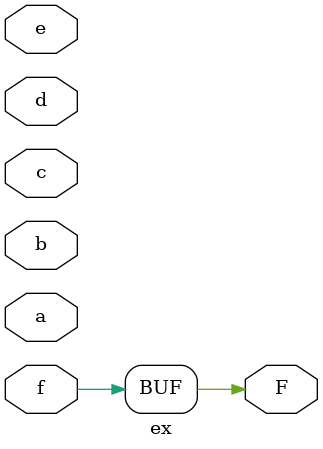
<source format=v>

module ex ( 
    a, b, c, d, e, f,
    F  );
  input  a, b, c, d, e, f;
  output F;
  assign F = f;
endmodule



</source>
